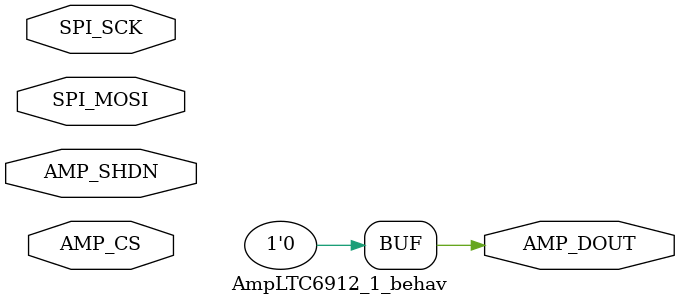
<source format=v>
`timescale 1ns / 1ps
module AmpLTC6912_1_behav
#(
	parameter LOGLEVEL=5
) (
	input SPI_SCK,
	input SPI_MOSI,
	input AMP_CS,
	input AMP_SHDN,
	output AMP_DOUT
	
);

	assign AMP_DOUT = 1'b0;

endmodule

</source>
